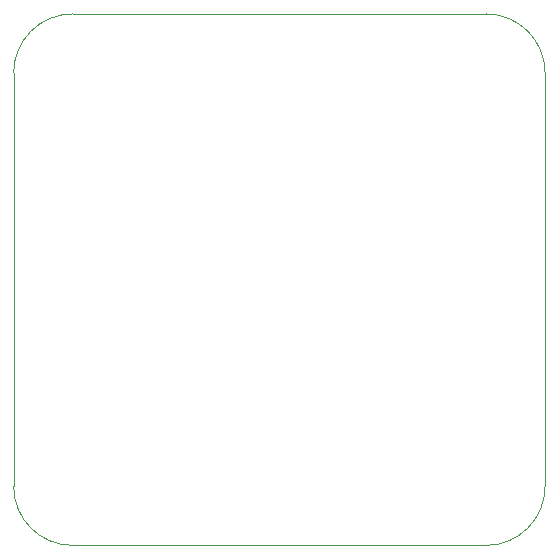
<source format=gbr>
%TF.GenerationSoftware,KiCad,Pcbnew,(5.1.9)-1*%
%TF.CreationDate,2021-04-16T10:30:29-03:00*%
%TF.ProjectId,1335_rev1,31333335-5f72-4657-9631-2e6b69636164,rev?*%
%TF.SameCoordinates,Original*%
%TF.FileFunction,Profile,NP*%
%FSLAX46Y46*%
G04 Gerber Fmt 4.6, Leading zero omitted, Abs format (unit mm)*
G04 Created by KiCad (PCBNEW (5.1.9)-1) date 2021-04-16 10:30:29*
%MOMM*%
%LPD*%
G01*
G04 APERTURE LIST*
%TA.AperFunction,Profile*%
%ADD10C,0.050000*%
%TD*%
G04 APERTURE END LIST*
D10*
X125000000Y-105000000D02*
G75*
G02*
X120000000Y-100000000I0J5000000D01*
G01*
X165000000Y-100000000D02*
G75*
G02*
X160000000Y-105000000I-5000000J0D01*
G01*
X160000000Y-60000000D02*
G75*
G02*
X165000000Y-65000000I0J-5000000D01*
G01*
X120000000Y-65000000D02*
G75*
G02*
X125000000Y-60000000I5000000J0D01*
G01*
X120000000Y-100000000D02*
X120000000Y-65000000D01*
X160000000Y-105000000D02*
X125000000Y-105000000D01*
X165000000Y-65000000D02*
X165000000Y-100000000D01*
X125000000Y-60000000D02*
X160000000Y-60000000D01*
M02*

</source>
